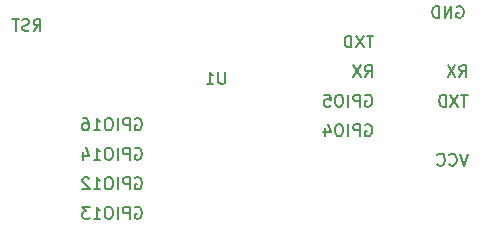
<source format=gbr>
%TF.GenerationSoftware,KiCad,Pcbnew,9.0.7*%
%TF.CreationDate,2026-02-17T02:08:45-06:00*%
%TF.ProjectId,Esp12-F,45737031-322d-4462-9e6b-696361645f70,rev?*%
%TF.SameCoordinates,Original*%
%TF.FileFunction,Legend,Bot*%
%TF.FilePolarity,Positive*%
%FSLAX46Y46*%
G04 Gerber Fmt 4.6, Leading zero omitted, Abs format (unit mm)*
G04 Created by KiCad (PCBNEW 9.0.7) date 2026-02-17 02:08:45*
%MOMM*%
%LPD*%
G01*
G04 APERTURE LIST*
%ADD10C,0.150000*%
G04 APERTURE END LIST*
D10*
X158884398Y-82917438D02*
X158979636Y-82869819D01*
X158979636Y-82869819D02*
X159122493Y-82869819D01*
X159122493Y-82869819D02*
X159265350Y-82917438D01*
X159265350Y-82917438D02*
X159360588Y-83012676D01*
X159360588Y-83012676D02*
X159408207Y-83107914D01*
X159408207Y-83107914D02*
X159455826Y-83298390D01*
X159455826Y-83298390D02*
X159455826Y-83441247D01*
X159455826Y-83441247D02*
X159408207Y-83631723D01*
X159408207Y-83631723D02*
X159360588Y-83726961D01*
X159360588Y-83726961D02*
X159265350Y-83822200D01*
X159265350Y-83822200D02*
X159122493Y-83869819D01*
X159122493Y-83869819D02*
X159027255Y-83869819D01*
X159027255Y-83869819D02*
X158884398Y-83822200D01*
X158884398Y-83822200D02*
X158836779Y-83774580D01*
X158836779Y-83774580D02*
X158836779Y-83441247D01*
X158836779Y-83441247D02*
X159027255Y-83441247D01*
X158408207Y-83869819D02*
X158408207Y-82869819D01*
X158408207Y-82869819D02*
X157836779Y-83869819D01*
X157836779Y-83869819D02*
X157836779Y-82869819D01*
X157360588Y-83869819D02*
X157360588Y-82869819D01*
X157360588Y-82869819D02*
X157122493Y-82869819D01*
X157122493Y-82869819D02*
X156979636Y-82917438D01*
X156979636Y-82917438D02*
X156884398Y-83012676D01*
X156884398Y-83012676D02*
X156836779Y-83107914D01*
X156836779Y-83107914D02*
X156789160Y-83298390D01*
X156789160Y-83298390D02*
X156789160Y-83441247D01*
X156789160Y-83441247D02*
X156836779Y-83631723D01*
X156836779Y-83631723D02*
X156884398Y-83726961D01*
X156884398Y-83726961D02*
X156979636Y-83822200D01*
X156979636Y-83822200D02*
X157122493Y-83869819D01*
X157122493Y-83869819D02*
X157360588Y-83869819D01*
X131639411Y-97417438D02*
X131734649Y-97369819D01*
X131734649Y-97369819D02*
X131877506Y-97369819D01*
X131877506Y-97369819D02*
X132020363Y-97417438D01*
X132020363Y-97417438D02*
X132115601Y-97512676D01*
X132115601Y-97512676D02*
X132163220Y-97607914D01*
X132163220Y-97607914D02*
X132210839Y-97798390D01*
X132210839Y-97798390D02*
X132210839Y-97941247D01*
X132210839Y-97941247D02*
X132163220Y-98131723D01*
X132163220Y-98131723D02*
X132115601Y-98226961D01*
X132115601Y-98226961D02*
X132020363Y-98322200D01*
X132020363Y-98322200D02*
X131877506Y-98369819D01*
X131877506Y-98369819D02*
X131782268Y-98369819D01*
X131782268Y-98369819D02*
X131639411Y-98322200D01*
X131639411Y-98322200D02*
X131591792Y-98274580D01*
X131591792Y-98274580D02*
X131591792Y-97941247D01*
X131591792Y-97941247D02*
X131782268Y-97941247D01*
X131163220Y-98369819D02*
X131163220Y-97369819D01*
X131163220Y-97369819D02*
X130782268Y-97369819D01*
X130782268Y-97369819D02*
X130687030Y-97417438D01*
X130687030Y-97417438D02*
X130639411Y-97465057D01*
X130639411Y-97465057D02*
X130591792Y-97560295D01*
X130591792Y-97560295D02*
X130591792Y-97703152D01*
X130591792Y-97703152D02*
X130639411Y-97798390D01*
X130639411Y-97798390D02*
X130687030Y-97846009D01*
X130687030Y-97846009D02*
X130782268Y-97893628D01*
X130782268Y-97893628D02*
X131163220Y-97893628D01*
X130163220Y-98369819D02*
X130163220Y-97369819D01*
X129496554Y-97369819D02*
X129306078Y-97369819D01*
X129306078Y-97369819D02*
X129210840Y-97417438D01*
X129210840Y-97417438D02*
X129115602Y-97512676D01*
X129115602Y-97512676D02*
X129067983Y-97703152D01*
X129067983Y-97703152D02*
X129067983Y-98036485D01*
X129067983Y-98036485D02*
X129115602Y-98226961D01*
X129115602Y-98226961D02*
X129210840Y-98322200D01*
X129210840Y-98322200D02*
X129306078Y-98369819D01*
X129306078Y-98369819D02*
X129496554Y-98369819D01*
X129496554Y-98369819D02*
X129591792Y-98322200D01*
X129591792Y-98322200D02*
X129687030Y-98226961D01*
X129687030Y-98226961D02*
X129734649Y-98036485D01*
X129734649Y-98036485D02*
X129734649Y-97703152D01*
X129734649Y-97703152D02*
X129687030Y-97512676D01*
X129687030Y-97512676D02*
X129591792Y-97417438D01*
X129591792Y-97417438D02*
X129496554Y-97369819D01*
X128115602Y-98369819D02*
X128687030Y-98369819D01*
X128401316Y-98369819D02*
X128401316Y-97369819D01*
X128401316Y-97369819D02*
X128496554Y-97512676D01*
X128496554Y-97512676D02*
X128591792Y-97607914D01*
X128591792Y-97607914D02*
X128687030Y-97655533D01*
X127734649Y-97465057D02*
X127687030Y-97417438D01*
X127687030Y-97417438D02*
X127591792Y-97369819D01*
X127591792Y-97369819D02*
X127353697Y-97369819D01*
X127353697Y-97369819D02*
X127258459Y-97417438D01*
X127258459Y-97417438D02*
X127210840Y-97465057D01*
X127210840Y-97465057D02*
X127163221Y-97560295D01*
X127163221Y-97560295D02*
X127163221Y-97655533D01*
X127163221Y-97655533D02*
X127210840Y-97798390D01*
X127210840Y-97798390D02*
X127782268Y-98369819D01*
X127782268Y-98369819D02*
X127163221Y-98369819D01*
X159806077Y-90369819D02*
X159234649Y-90369819D01*
X159520363Y-91369819D02*
X159520363Y-90369819D01*
X158996553Y-90369819D02*
X158329887Y-91369819D01*
X158329887Y-90369819D02*
X158996553Y-91369819D01*
X157948934Y-91369819D02*
X157948934Y-90369819D01*
X157948934Y-90369819D02*
X157710839Y-90369819D01*
X157710839Y-90369819D02*
X157567982Y-90417438D01*
X157567982Y-90417438D02*
X157472744Y-90512676D01*
X157472744Y-90512676D02*
X157425125Y-90607914D01*
X157425125Y-90607914D02*
X157377506Y-90798390D01*
X157377506Y-90798390D02*
X157377506Y-90941247D01*
X157377506Y-90941247D02*
X157425125Y-91131723D01*
X157425125Y-91131723D02*
X157472744Y-91226961D01*
X157472744Y-91226961D02*
X157567982Y-91322200D01*
X157567982Y-91322200D02*
X157710839Y-91369819D01*
X157710839Y-91369819D02*
X157948934Y-91369819D01*
X159806077Y-95369819D02*
X159472744Y-96369819D01*
X159472744Y-96369819D02*
X159139411Y-95369819D01*
X158234649Y-96274580D02*
X158282268Y-96322200D01*
X158282268Y-96322200D02*
X158425125Y-96369819D01*
X158425125Y-96369819D02*
X158520363Y-96369819D01*
X158520363Y-96369819D02*
X158663220Y-96322200D01*
X158663220Y-96322200D02*
X158758458Y-96226961D01*
X158758458Y-96226961D02*
X158806077Y-96131723D01*
X158806077Y-96131723D02*
X158853696Y-95941247D01*
X158853696Y-95941247D02*
X158853696Y-95798390D01*
X158853696Y-95798390D02*
X158806077Y-95607914D01*
X158806077Y-95607914D02*
X158758458Y-95512676D01*
X158758458Y-95512676D02*
X158663220Y-95417438D01*
X158663220Y-95417438D02*
X158520363Y-95369819D01*
X158520363Y-95369819D02*
X158425125Y-95369819D01*
X158425125Y-95369819D02*
X158282268Y-95417438D01*
X158282268Y-95417438D02*
X158234649Y-95465057D01*
X157234649Y-96274580D02*
X157282268Y-96322200D01*
X157282268Y-96322200D02*
X157425125Y-96369819D01*
X157425125Y-96369819D02*
X157520363Y-96369819D01*
X157520363Y-96369819D02*
X157663220Y-96322200D01*
X157663220Y-96322200D02*
X157758458Y-96226961D01*
X157758458Y-96226961D02*
X157806077Y-96131723D01*
X157806077Y-96131723D02*
X157853696Y-95941247D01*
X157853696Y-95941247D02*
X157853696Y-95798390D01*
X157853696Y-95798390D02*
X157806077Y-95607914D01*
X157806077Y-95607914D02*
X157758458Y-95512676D01*
X157758458Y-95512676D02*
X157663220Y-95417438D01*
X157663220Y-95417438D02*
X157520363Y-95369819D01*
X157520363Y-95369819D02*
X157425125Y-95369819D01*
X157425125Y-95369819D02*
X157282268Y-95417438D01*
X157282268Y-95417438D02*
X157234649Y-95465057D01*
X151139411Y-92917438D02*
X151234649Y-92869819D01*
X151234649Y-92869819D02*
X151377506Y-92869819D01*
X151377506Y-92869819D02*
X151520363Y-92917438D01*
X151520363Y-92917438D02*
X151615601Y-93012676D01*
X151615601Y-93012676D02*
X151663220Y-93107914D01*
X151663220Y-93107914D02*
X151710839Y-93298390D01*
X151710839Y-93298390D02*
X151710839Y-93441247D01*
X151710839Y-93441247D02*
X151663220Y-93631723D01*
X151663220Y-93631723D02*
X151615601Y-93726961D01*
X151615601Y-93726961D02*
X151520363Y-93822200D01*
X151520363Y-93822200D02*
X151377506Y-93869819D01*
X151377506Y-93869819D02*
X151282268Y-93869819D01*
X151282268Y-93869819D02*
X151139411Y-93822200D01*
X151139411Y-93822200D02*
X151091792Y-93774580D01*
X151091792Y-93774580D02*
X151091792Y-93441247D01*
X151091792Y-93441247D02*
X151282268Y-93441247D01*
X150663220Y-93869819D02*
X150663220Y-92869819D01*
X150663220Y-92869819D02*
X150282268Y-92869819D01*
X150282268Y-92869819D02*
X150187030Y-92917438D01*
X150187030Y-92917438D02*
X150139411Y-92965057D01*
X150139411Y-92965057D02*
X150091792Y-93060295D01*
X150091792Y-93060295D02*
X150091792Y-93203152D01*
X150091792Y-93203152D02*
X150139411Y-93298390D01*
X150139411Y-93298390D02*
X150187030Y-93346009D01*
X150187030Y-93346009D02*
X150282268Y-93393628D01*
X150282268Y-93393628D02*
X150663220Y-93393628D01*
X149663220Y-93869819D02*
X149663220Y-92869819D01*
X148996554Y-92869819D02*
X148806078Y-92869819D01*
X148806078Y-92869819D02*
X148710840Y-92917438D01*
X148710840Y-92917438D02*
X148615602Y-93012676D01*
X148615602Y-93012676D02*
X148567983Y-93203152D01*
X148567983Y-93203152D02*
X148567983Y-93536485D01*
X148567983Y-93536485D02*
X148615602Y-93726961D01*
X148615602Y-93726961D02*
X148710840Y-93822200D01*
X148710840Y-93822200D02*
X148806078Y-93869819D01*
X148806078Y-93869819D02*
X148996554Y-93869819D01*
X148996554Y-93869819D02*
X149091792Y-93822200D01*
X149091792Y-93822200D02*
X149187030Y-93726961D01*
X149187030Y-93726961D02*
X149234649Y-93536485D01*
X149234649Y-93536485D02*
X149234649Y-93203152D01*
X149234649Y-93203152D02*
X149187030Y-93012676D01*
X149187030Y-93012676D02*
X149091792Y-92917438D01*
X149091792Y-92917438D02*
X148996554Y-92869819D01*
X147710840Y-93203152D02*
X147710840Y-93869819D01*
X147948935Y-92822200D02*
X148187030Y-93536485D01*
X148187030Y-93536485D02*
X147567983Y-93536485D01*
X159091792Y-88869819D02*
X159425125Y-88393628D01*
X159663220Y-88869819D02*
X159663220Y-87869819D01*
X159663220Y-87869819D02*
X159282268Y-87869819D01*
X159282268Y-87869819D02*
X159187030Y-87917438D01*
X159187030Y-87917438D02*
X159139411Y-87965057D01*
X159139411Y-87965057D02*
X159091792Y-88060295D01*
X159091792Y-88060295D02*
X159091792Y-88203152D01*
X159091792Y-88203152D02*
X159139411Y-88298390D01*
X159139411Y-88298390D02*
X159187030Y-88346009D01*
X159187030Y-88346009D02*
X159282268Y-88393628D01*
X159282268Y-88393628D02*
X159663220Y-88393628D01*
X158758458Y-87869819D02*
X158091792Y-88869819D01*
X158091792Y-87869819D02*
X158758458Y-88869819D01*
X151091792Y-88869819D02*
X151425125Y-88393628D01*
X151663220Y-88869819D02*
X151663220Y-87869819D01*
X151663220Y-87869819D02*
X151282268Y-87869819D01*
X151282268Y-87869819D02*
X151187030Y-87917438D01*
X151187030Y-87917438D02*
X151139411Y-87965057D01*
X151139411Y-87965057D02*
X151091792Y-88060295D01*
X151091792Y-88060295D02*
X151091792Y-88203152D01*
X151091792Y-88203152D02*
X151139411Y-88298390D01*
X151139411Y-88298390D02*
X151187030Y-88346009D01*
X151187030Y-88346009D02*
X151282268Y-88393628D01*
X151282268Y-88393628D02*
X151663220Y-88393628D01*
X150758458Y-87869819D02*
X150091792Y-88869819D01*
X150091792Y-87869819D02*
X150758458Y-88869819D01*
X151806077Y-85369819D02*
X151234649Y-85369819D01*
X151520363Y-86369819D02*
X151520363Y-85369819D01*
X150996553Y-85369819D02*
X150329887Y-86369819D01*
X150329887Y-85369819D02*
X150996553Y-86369819D01*
X149948934Y-86369819D02*
X149948934Y-85369819D01*
X149948934Y-85369819D02*
X149710839Y-85369819D01*
X149710839Y-85369819D02*
X149567982Y-85417438D01*
X149567982Y-85417438D02*
X149472744Y-85512676D01*
X149472744Y-85512676D02*
X149425125Y-85607914D01*
X149425125Y-85607914D02*
X149377506Y-85798390D01*
X149377506Y-85798390D02*
X149377506Y-85941247D01*
X149377506Y-85941247D02*
X149425125Y-86131723D01*
X149425125Y-86131723D02*
X149472744Y-86226961D01*
X149472744Y-86226961D02*
X149567982Y-86322200D01*
X149567982Y-86322200D02*
X149710839Y-86369819D01*
X149710839Y-86369819D02*
X149948934Y-86369819D01*
X131639411Y-94917438D02*
X131734649Y-94869819D01*
X131734649Y-94869819D02*
X131877506Y-94869819D01*
X131877506Y-94869819D02*
X132020363Y-94917438D01*
X132020363Y-94917438D02*
X132115601Y-95012676D01*
X132115601Y-95012676D02*
X132163220Y-95107914D01*
X132163220Y-95107914D02*
X132210839Y-95298390D01*
X132210839Y-95298390D02*
X132210839Y-95441247D01*
X132210839Y-95441247D02*
X132163220Y-95631723D01*
X132163220Y-95631723D02*
X132115601Y-95726961D01*
X132115601Y-95726961D02*
X132020363Y-95822200D01*
X132020363Y-95822200D02*
X131877506Y-95869819D01*
X131877506Y-95869819D02*
X131782268Y-95869819D01*
X131782268Y-95869819D02*
X131639411Y-95822200D01*
X131639411Y-95822200D02*
X131591792Y-95774580D01*
X131591792Y-95774580D02*
X131591792Y-95441247D01*
X131591792Y-95441247D02*
X131782268Y-95441247D01*
X131163220Y-95869819D02*
X131163220Y-94869819D01*
X131163220Y-94869819D02*
X130782268Y-94869819D01*
X130782268Y-94869819D02*
X130687030Y-94917438D01*
X130687030Y-94917438D02*
X130639411Y-94965057D01*
X130639411Y-94965057D02*
X130591792Y-95060295D01*
X130591792Y-95060295D02*
X130591792Y-95203152D01*
X130591792Y-95203152D02*
X130639411Y-95298390D01*
X130639411Y-95298390D02*
X130687030Y-95346009D01*
X130687030Y-95346009D02*
X130782268Y-95393628D01*
X130782268Y-95393628D02*
X131163220Y-95393628D01*
X130163220Y-95869819D02*
X130163220Y-94869819D01*
X129496554Y-94869819D02*
X129306078Y-94869819D01*
X129306078Y-94869819D02*
X129210840Y-94917438D01*
X129210840Y-94917438D02*
X129115602Y-95012676D01*
X129115602Y-95012676D02*
X129067983Y-95203152D01*
X129067983Y-95203152D02*
X129067983Y-95536485D01*
X129067983Y-95536485D02*
X129115602Y-95726961D01*
X129115602Y-95726961D02*
X129210840Y-95822200D01*
X129210840Y-95822200D02*
X129306078Y-95869819D01*
X129306078Y-95869819D02*
X129496554Y-95869819D01*
X129496554Y-95869819D02*
X129591792Y-95822200D01*
X129591792Y-95822200D02*
X129687030Y-95726961D01*
X129687030Y-95726961D02*
X129734649Y-95536485D01*
X129734649Y-95536485D02*
X129734649Y-95203152D01*
X129734649Y-95203152D02*
X129687030Y-95012676D01*
X129687030Y-95012676D02*
X129591792Y-94917438D01*
X129591792Y-94917438D02*
X129496554Y-94869819D01*
X128115602Y-95869819D02*
X128687030Y-95869819D01*
X128401316Y-95869819D02*
X128401316Y-94869819D01*
X128401316Y-94869819D02*
X128496554Y-95012676D01*
X128496554Y-95012676D02*
X128591792Y-95107914D01*
X128591792Y-95107914D02*
X128687030Y-95155533D01*
X127258459Y-95203152D02*
X127258459Y-95869819D01*
X127496554Y-94822200D02*
X127734649Y-95536485D01*
X127734649Y-95536485D02*
X127115602Y-95536485D01*
X151139411Y-90417438D02*
X151234649Y-90369819D01*
X151234649Y-90369819D02*
X151377506Y-90369819D01*
X151377506Y-90369819D02*
X151520363Y-90417438D01*
X151520363Y-90417438D02*
X151615601Y-90512676D01*
X151615601Y-90512676D02*
X151663220Y-90607914D01*
X151663220Y-90607914D02*
X151710839Y-90798390D01*
X151710839Y-90798390D02*
X151710839Y-90941247D01*
X151710839Y-90941247D02*
X151663220Y-91131723D01*
X151663220Y-91131723D02*
X151615601Y-91226961D01*
X151615601Y-91226961D02*
X151520363Y-91322200D01*
X151520363Y-91322200D02*
X151377506Y-91369819D01*
X151377506Y-91369819D02*
X151282268Y-91369819D01*
X151282268Y-91369819D02*
X151139411Y-91322200D01*
X151139411Y-91322200D02*
X151091792Y-91274580D01*
X151091792Y-91274580D02*
X151091792Y-90941247D01*
X151091792Y-90941247D02*
X151282268Y-90941247D01*
X150663220Y-91369819D02*
X150663220Y-90369819D01*
X150663220Y-90369819D02*
X150282268Y-90369819D01*
X150282268Y-90369819D02*
X150187030Y-90417438D01*
X150187030Y-90417438D02*
X150139411Y-90465057D01*
X150139411Y-90465057D02*
X150091792Y-90560295D01*
X150091792Y-90560295D02*
X150091792Y-90703152D01*
X150091792Y-90703152D02*
X150139411Y-90798390D01*
X150139411Y-90798390D02*
X150187030Y-90846009D01*
X150187030Y-90846009D02*
X150282268Y-90893628D01*
X150282268Y-90893628D02*
X150663220Y-90893628D01*
X149663220Y-91369819D02*
X149663220Y-90369819D01*
X148996554Y-90369819D02*
X148806078Y-90369819D01*
X148806078Y-90369819D02*
X148710840Y-90417438D01*
X148710840Y-90417438D02*
X148615602Y-90512676D01*
X148615602Y-90512676D02*
X148567983Y-90703152D01*
X148567983Y-90703152D02*
X148567983Y-91036485D01*
X148567983Y-91036485D02*
X148615602Y-91226961D01*
X148615602Y-91226961D02*
X148710840Y-91322200D01*
X148710840Y-91322200D02*
X148806078Y-91369819D01*
X148806078Y-91369819D02*
X148996554Y-91369819D01*
X148996554Y-91369819D02*
X149091792Y-91322200D01*
X149091792Y-91322200D02*
X149187030Y-91226961D01*
X149187030Y-91226961D02*
X149234649Y-91036485D01*
X149234649Y-91036485D02*
X149234649Y-90703152D01*
X149234649Y-90703152D02*
X149187030Y-90512676D01*
X149187030Y-90512676D02*
X149091792Y-90417438D01*
X149091792Y-90417438D02*
X148996554Y-90369819D01*
X147663221Y-90369819D02*
X148139411Y-90369819D01*
X148139411Y-90369819D02*
X148187030Y-90846009D01*
X148187030Y-90846009D02*
X148139411Y-90798390D01*
X148139411Y-90798390D02*
X148044173Y-90750771D01*
X148044173Y-90750771D02*
X147806078Y-90750771D01*
X147806078Y-90750771D02*
X147710840Y-90798390D01*
X147710840Y-90798390D02*
X147663221Y-90846009D01*
X147663221Y-90846009D02*
X147615602Y-90941247D01*
X147615602Y-90941247D02*
X147615602Y-91179342D01*
X147615602Y-91179342D02*
X147663221Y-91274580D01*
X147663221Y-91274580D02*
X147710840Y-91322200D01*
X147710840Y-91322200D02*
X147806078Y-91369819D01*
X147806078Y-91369819D02*
X148044173Y-91369819D01*
X148044173Y-91369819D02*
X148139411Y-91322200D01*
X148139411Y-91322200D02*
X148187030Y-91274580D01*
X131639411Y-99917438D02*
X131734649Y-99869819D01*
X131734649Y-99869819D02*
X131877506Y-99869819D01*
X131877506Y-99869819D02*
X132020363Y-99917438D01*
X132020363Y-99917438D02*
X132115601Y-100012676D01*
X132115601Y-100012676D02*
X132163220Y-100107914D01*
X132163220Y-100107914D02*
X132210839Y-100298390D01*
X132210839Y-100298390D02*
X132210839Y-100441247D01*
X132210839Y-100441247D02*
X132163220Y-100631723D01*
X132163220Y-100631723D02*
X132115601Y-100726961D01*
X132115601Y-100726961D02*
X132020363Y-100822200D01*
X132020363Y-100822200D02*
X131877506Y-100869819D01*
X131877506Y-100869819D02*
X131782268Y-100869819D01*
X131782268Y-100869819D02*
X131639411Y-100822200D01*
X131639411Y-100822200D02*
X131591792Y-100774580D01*
X131591792Y-100774580D02*
X131591792Y-100441247D01*
X131591792Y-100441247D02*
X131782268Y-100441247D01*
X131163220Y-100869819D02*
X131163220Y-99869819D01*
X131163220Y-99869819D02*
X130782268Y-99869819D01*
X130782268Y-99869819D02*
X130687030Y-99917438D01*
X130687030Y-99917438D02*
X130639411Y-99965057D01*
X130639411Y-99965057D02*
X130591792Y-100060295D01*
X130591792Y-100060295D02*
X130591792Y-100203152D01*
X130591792Y-100203152D02*
X130639411Y-100298390D01*
X130639411Y-100298390D02*
X130687030Y-100346009D01*
X130687030Y-100346009D02*
X130782268Y-100393628D01*
X130782268Y-100393628D02*
X131163220Y-100393628D01*
X130163220Y-100869819D02*
X130163220Y-99869819D01*
X129496554Y-99869819D02*
X129306078Y-99869819D01*
X129306078Y-99869819D02*
X129210840Y-99917438D01*
X129210840Y-99917438D02*
X129115602Y-100012676D01*
X129115602Y-100012676D02*
X129067983Y-100203152D01*
X129067983Y-100203152D02*
X129067983Y-100536485D01*
X129067983Y-100536485D02*
X129115602Y-100726961D01*
X129115602Y-100726961D02*
X129210840Y-100822200D01*
X129210840Y-100822200D02*
X129306078Y-100869819D01*
X129306078Y-100869819D02*
X129496554Y-100869819D01*
X129496554Y-100869819D02*
X129591792Y-100822200D01*
X129591792Y-100822200D02*
X129687030Y-100726961D01*
X129687030Y-100726961D02*
X129734649Y-100536485D01*
X129734649Y-100536485D02*
X129734649Y-100203152D01*
X129734649Y-100203152D02*
X129687030Y-100012676D01*
X129687030Y-100012676D02*
X129591792Y-99917438D01*
X129591792Y-99917438D02*
X129496554Y-99869819D01*
X128115602Y-100869819D02*
X128687030Y-100869819D01*
X128401316Y-100869819D02*
X128401316Y-99869819D01*
X128401316Y-99869819D02*
X128496554Y-100012676D01*
X128496554Y-100012676D02*
X128591792Y-100107914D01*
X128591792Y-100107914D02*
X128687030Y-100155533D01*
X127782268Y-99869819D02*
X127163221Y-99869819D01*
X127163221Y-99869819D02*
X127496554Y-100250771D01*
X127496554Y-100250771D02*
X127353697Y-100250771D01*
X127353697Y-100250771D02*
X127258459Y-100298390D01*
X127258459Y-100298390D02*
X127210840Y-100346009D01*
X127210840Y-100346009D02*
X127163221Y-100441247D01*
X127163221Y-100441247D02*
X127163221Y-100679342D01*
X127163221Y-100679342D02*
X127210840Y-100774580D01*
X127210840Y-100774580D02*
X127258459Y-100822200D01*
X127258459Y-100822200D02*
X127353697Y-100869819D01*
X127353697Y-100869819D02*
X127639411Y-100869819D01*
X127639411Y-100869819D02*
X127734649Y-100822200D01*
X127734649Y-100822200D02*
X127782268Y-100774580D01*
X131639411Y-92417438D02*
X131734649Y-92369819D01*
X131734649Y-92369819D02*
X131877506Y-92369819D01*
X131877506Y-92369819D02*
X132020363Y-92417438D01*
X132020363Y-92417438D02*
X132115601Y-92512676D01*
X132115601Y-92512676D02*
X132163220Y-92607914D01*
X132163220Y-92607914D02*
X132210839Y-92798390D01*
X132210839Y-92798390D02*
X132210839Y-92941247D01*
X132210839Y-92941247D02*
X132163220Y-93131723D01*
X132163220Y-93131723D02*
X132115601Y-93226961D01*
X132115601Y-93226961D02*
X132020363Y-93322200D01*
X132020363Y-93322200D02*
X131877506Y-93369819D01*
X131877506Y-93369819D02*
X131782268Y-93369819D01*
X131782268Y-93369819D02*
X131639411Y-93322200D01*
X131639411Y-93322200D02*
X131591792Y-93274580D01*
X131591792Y-93274580D02*
X131591792Y-92941247D01*
X131591792Y-92941247D02*
X131782268Y-92941247D01*
X131163220Y-93369819D02*
X131163220Y-92369819D01*
X131163220Y-92369819D02*
X130782268Y-92369819D01*
X130782268Y-92369819D02*
X130687030Y-92417438D01*
X130687030Y-92417438D02*
X130639411Y-92465057D01*
X130639411Y-92465057D02*
X130591792Y-92560295D01*
X130591792Y-92560295D02*
X130591792Y-92703152D01*
X130591792Y-92703152D02*
X130639411Y-92798390D01*
X130639411Y-92798390D02*
X130687030Y-92846009D01*
X130687030Y-92846009D02*
X130782268Y-92893628D01*
X130782268Y-92893628D02*
X131163220Y-92893628D01*
X130163220Y-93369819D02*
X130163220Y-92369819D01*
X129496554Y-92369819D02*
X129306078Y-92369819D01*
X129306078Y-92369819D02*
X129210840Y-92417438D01*
X129210840Y-92417438D02*
X129115602Y-92512676D01*
X129115602Y-92512676D02*
X129067983Y-92703152D01*
X129067983Y-92703152D02*
X129067983Y-93036485D01*
X129067983Y-93036485D02*
X129115602Y-93226961D01*
X129115602Y-93226961D02*
X129210840Y-93322200D01*
X129210840Y-93322200D02*
X129306078Y-93369819D01*
X129306078Y-93369819D02*
X129496554Y-93369819D01*
X129496554Y-93369819D02*
X129591792Y-93322200D01*
X129591792Y-93322200D02*
X129687030Y-93226961D01*
X129687030Y-93226961D02*
X129734649Y-93036485D01*
X129734649Y-93036485D02*
X129734649Y-92703152D01*
X129734649Y-92703152D02*
X129687030Y-92512676D01*
X129687030Y-92512676D02*
X129591792Y-92417438D01*
X129591792Y-92417438D02*
X129496554Y-92369819D01*
X128115602Y-93369819D02*
X128687030Y-93369819D01*
X128401316Y-93369819D02*
X128401316Y-92369819D01*
X128401316Y-92369819D02*
X128496554Y-92512676D01*
X128496554Y-92512676D02*
X128591792Y-92607914D01*
X128591792Y-92607914D02*
X128687030Y-92655533D01*
X127258459Y-92369819D02*
X127448935Y-92369819D01*
X127448935Y-92369819D02*
X127544173Y-92417438D01*
X127544173Y-92417438D02*
X127591792Y-92465057D01*
X127591792Y-92465057D02*
X127687030Y-92607914D01*
X127687030Y-92607914D02*
X127734649Y-92798390D01*
X127734649Y-92798390D02*
X127734649Y-93179342D01*
X127734649Y-93179342D02*
X127687030Y-93274580D01*
X127687030Y-93274580D02*
X127639411Y-93322200D01*
X127639411Y-93322200D02*
X127544173Y-93369819D01*
X127544173Y-93369819D02*
X127353697Y-93369819D01*
X127353697Y-93369819D02*
X127258459Y-93322200D01*
X127258459Y-93322200D02*
X127210840Y-93274580D01*
X127210840Y-93274580D02*
X127163221Y-93179342D01*
X127163221Y-93179342D02*
X127163221Y-92941247D01*
X127163221Y-92941247D02*
X127210840Y-92846009D01*
X127210840Y-92846009D02*
X127258459Y-92798390D01*
X127258459Y-92798390D02*
X127353697Y-92750771D01*
X127353697Y-92750771D02*
X127544173Y-92750771D01*
X127544173Y-92750771D02*
X127639411Y-92798390D01*
X127639411Y-92798390D02*
X127687030Y-92846009D01*
X127687030Y-92846009D02*
X127734649Y-92941247D01*
X139261904Y-88454819D02*
X139261904Y-89264342D01*
X139261904Y-89264342D02*
X139214285Y-89359580D01*
X139214285Y-89359580D02*
X139166666Y-89407200D01*
X139166666Y-89407200D02*
X139071428Y-89454819D01*
X139071428Y-89454819D02*
X138880952Y-89454819D01*
X138880952Y-89454819D02*
X138785714Y-89407200D01*
X138785714Y-89407200D02*
X138738095Y-89359580D01*
X138738095Y-89359580D02*
X138690476Y-89264342D01*
X138690476Y-89264342D02*
X138690476Y-88454819D01*
X137690476Y-89454819D02*
X138261904Y-89454819D01*
X137976190Y-89454819D02*
X137976190Y-88454819D01*
X137976190Y-88454819D02*
X138071428Y-88597676D01*
X138071428Y-88597676D02*
X138166666Y-88692914D01*
X138166666Y-88692914D02*
X138261904Y-88740533D01*
X123047619Y-84954819D02*
X123380952Y-84478628D01*
X123619047Y-84954819D02*
X123619047Y-83954819D01*
X123619047Y-83954819D02*
X123238095Y-83954819D01*
X123238095Y-83954819D02*
X123142857Y-84002438D01*
X123142857Y-84002438D02*
X123095238Y-84050057D01*
X123095238Y-84050057D02*
X123047619Y-84145295D01*
X123047619Y-84145295D02*
X123047619Y-84288152D01*
X123047619Y-84288152D02*
X123095238Y-84383390D01*
X123095238Y-84383390D02*
X123142857Y-84431009D01*
X123142857Y-84431009D02*
X123238095Y-84478628D01*
X123238095Y-84478628D02*
X123619047Y-84478628D01*
X122666666Y-84907200D02*
X122523809Y-84954819D01*
X122523809Y-84954819D02*
X122285714Y-84954819D01*
X122285714Y-84954819D02*
X122190476Y-84907200D01*
X122190476Y-84907200D02*
X122142857Y-84859580D01*
X122142857Y-84859580D02*
X122095238Y-84764342D01*
X122095238Y-84764342D02*
X122095238Y-84669104D01*
X122095238Y-84669104D02*
X122142857Y-84573866D01*
X122142857Y-84573866D02*
X122190476Y-84526247D01*
X122190476Y-84526247D02*
X122285714Y-84478628D01*
X122285714Y-84478628D02*
X122476190Y-84431009D01*
X122476190Y-84431009D02*
X122571428Y-84383390D01*
X122571428Y-84383390D02*
X122619047Y-84335771D01*
X122619047Y-84335771D02*
X122666666Y-84240533D01*
X122666666Y-84240533D02*
X122666666Y-84145295D01*
X122666666Y-84145295D02*
X122619047Y-84050057D01*
X122619047Y-84050057D02*
X122571428Y-84002438D01*
X122571428Y-84002438D02*
X122476190Y-83954819D01*
X122476190Y-83954819D02*
X122238095Y-83954819D01*
X122238095Y-83954819D02*
X122095238Y-84002438D01*
X121809523Y-83954819D02*
X121238095Y-83954819D01*
X121523809Y-84954819D02*
X121523809Y-83954819D01*
M02*

</source>
